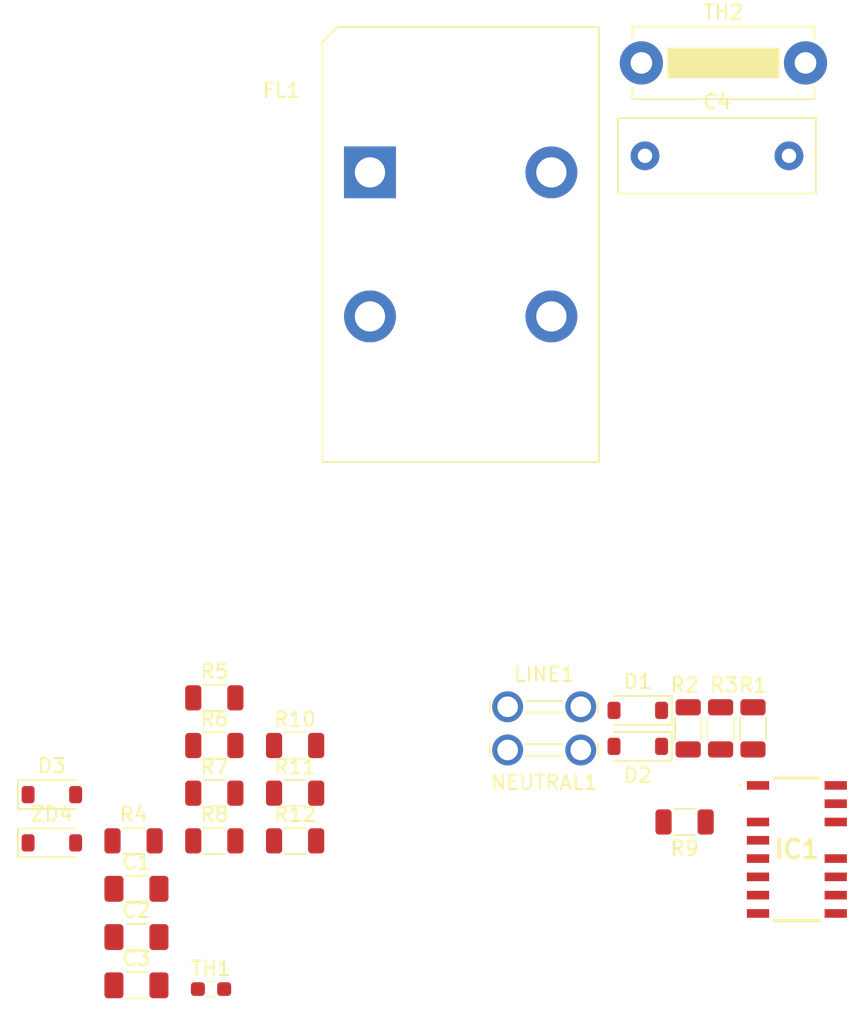
<source format=kicad_pcb>
(kicad_pcb (version 20241229) (generator "pcbnew") (generator_version "9.0")
  (layers (0 "F.Cu" signal) (2 "B.Cu" signal) (13 "F.Paste" user) (15 "B.Paste" user) (5 "F.SilkS" user "F.Silkscreen") (7 "B.SilkS" user "B.Silkscreen") (1 "F.Mask" user) (3 "B.Mask" user) (25 "Edge.Cuts" user))
  (net 0 "")
  (net 1 "Net-(D3-K)")
  (net 2 "HS")
  (net 3 "GNDPWR")
  (net 4 "LL")
  (net 5 "BLK")
  (net 6 "Net-(LINE1-Pin_1)")
  (net 7 "Net-(D1-K)")
  (net 8 "Net-(NEUTRAL1-Pin_1)")
  (net 9 "Net-(D3-A)")
  (net 10 "V5P")
  (net 11 "VCC")
  (net 12 "HO")
  (net 13 "ISNS")
  (net 14 "OVP")
  (net 15 "LO")
  (net 16 "TSET")
  (net 17 "FB")
  (net 18 "Net-(IC1-HV)")
  (net 19 "Net-(R1-Pad1)")
  (net 20 "Net-(R2-Pad1)")
  (net 21 "+VDC")
  (net 22 "Net-(R7-Pad1)")
  (net 23 "Net-(R8-Pad1)")
  (net 24 "Net-(ZD4-K)")
  (footprint "PCB:TE_62409-1" (layer "F.Cu") (at 119.75 104 180)
    (property "Reference" "NEUTRAL1" (at 0 -2.25 0) (layer "F.SilkS") (effects (font (size 1.001661 1.001661))))
    (property "Value" "SPADE")
    (fp_line (start 3.75 -0.4) (end 3.75 0.4) (stroke (width 0.127)) (layer "F.SilkS"))
    (fp_line (start -1.27 0.4) (end 1.27 0.4) (stroke (width 0.127)) (layer "F.SilkS"))
    (fp_line (start -1.27 -0.4) (end 1.27 -0.4) (stroke (width 0.127)) (layer "F.SilkS"))
    (fp_line (start -3.75 -0.4) (end -3.75 0.4) (stroke (width 0.127)) (layer "F.SilkS"))
    (pad "1" thru_hole circle (at -2.54 0 180) (size 2.145 2.145) (drill 1.43) (layers "*.Cu" "*.Mask") (net 8 "Net-(NEUTRAL1-Pin_1)"))
    (pad "2" thru_hole circle (at 2.54 0 180) (size 2.145 2.145) (drill 1.43) (layers "*.Cu" "*.Mask") (net 8 "Net-(NEUTRAL1-Pin_1)"))
  )
  (footprint "Diode_SMD:D_SOD-123" (layer "F.Cu") (at 85.555 107.1)
    (property "Reference" "D3" (at 0 -2 0) (layer "F.SilkS"))
    (property "Value" "1N4148W")
    (fp_line (start -2.36 -1) (end -2.36 1) (stroke (width 0.12)) (layer "F.SilkS"))
    (fp_line (start -2.36 -1) (end 1.65 -1) (stroke (width 0.12)) (layer "F.SilkS"))
    (fp_line (start -2.36 1) (end 1.65 1) (stroke (width 0.12)) (layer "F.SilkS"))
    (pad "1" smd roundrect (at -1.65 0) (size 0.9 1.2) (layers "F.Cu" "F.Mask" "F.Paste") (net 1 "Net-(D3-K)"))
    (pad "2" smd roundrect (at 1.65 0) (size 0.9 1.2) (layers "F.Cu" "F.Mask" "F.Paste") (net 9 "Net-(D3-A)"))
  )
  (footprint "Resistor_SMD:R_1206_3216Metric" (layer "F.Cu") (at 96.84 110.31)
    (property "Reference" "R8" (at 0 -1.83 0) (layer "F.SilkS"))
    (property "Value" "3M3")
    (fp_line (start -0.727064 -0.91) (end 0.727064 -0.91) (stroke (width 0.12)) (layer "F.SilkS"))
    (fp_line (start -0.727064 0.91) (end 0.727064 0.91) (stroke (width 0.12)) (layer "F.SilkS"))
    (pad "1" smd roundrect (at -1.4625 0) (size 1.125 1.75) (layers "F.Cu" "F.Mask" "F.Paste") (roundrect_rratio 0.222222) (net 23 "Net-(R8-Pad1)"))
    (pad "2" smd roundrect (at 1.4625 0) (size 1.125 1.75) (layers "F.Cu" "F.Mask" "F.Paste") (roundrect_rratio 0.222222) (net 22 "Net-(R7-Pad1)"))
  )
  (footprint "Capacitor_SMD:C_1206_3216Metric_Pad1.33x1.80mm_HandSolder" (layer "F.Cu") (at 91.43 113.64)
    (property "Reference" "C1" (at 0 -1.85 0) (layer "F.SilkS"))
    (property "Value" "100NF/100V")
    (fp_line (start -0.711252 -0.91) (end 0.711252 -0.91) (stroke (width 0.12)) (layer "F.SilkS"))
    (fp_line (start -0.711252 0.91) (end 0.711252 0.91) (stroke (width 0.12)) (layer "F.SilkS"))
    (pad "1" smd roundrect (at -1.5625 0) (size 1.325 1.8) (layers "F.Cu" "F.Mask" "F.Paste") (roundrect_rratio 0.188679) (net 2 "HS"))
    (pad "2" smd roundrect (at 1.5625 0) (size 1.325 1.8) (layers "F.Cu" "F.Mask" "F.Paste") (roundrect_rratio 0.188679) (net 1 "Net-(D3-K)"))
  )
  (footprint "Resistor_SMD:R_0603_1608Metric_Pad0.98x0.95mm_HandSolder" (layer "F.Cu") (at 96.61 120.6)
    (property "Reference" "TH1" (at 0 -1.43 0) (layer "F.SilkS"))
    (property "Value" "B57371V2474J060")
    (fp_line (start -0.254724 -0.5225) (end 0.254724 -0.5225) (stroke (width 0.12)) (layer "F.SilkS"))
    (fp_line (start -0.254724 0.5225) (end 0.254724 0.5225) (stroke (width 0.12)) (layer "F.SilkS"))
    (pad "1" smd roundrect (at -0.9125 0) (size 0.975 0.95) (layers "F.Cu" "F.Mask" "F.Paste") (net 14 "OVP"))
    (pad "2" smd roundrect (at 0.9125 0) (size 0.975 0.95) (layers "F.Cu" "F.Mask" "F.Paste") (net 3 "GNDPWR"))
  )
  (footprint "Resistor_THT:R_Bare_Metal_Element_L12.4mm_W4.8mm_P11.40mm" (layer "F.Cu") (at 126.5 56.3)
    (property "Reference" "TH2" (at 5.7 -3.52 0) (layer "F.SilkS"))
    (property "Value" "NTC")
    (fp_line (start -0.62 -2.52) (end 12.02 -2.52) (stroke (width 0.12)) (layer "F.SilkS"))
    (fp_line (start -0.62 -1.74) (end -0.62 -2.52) (stroke (width 0.12)) (layer "F.SilkS"))
    (fp_line (start -0.62 1.74) (end -0.62 2.52) (stroke (width 0.12)) (layer "F.SilkS"))
    (fp_line (start -0.62 2.52) (end 12.02 2.52) (stroke (width 0.12)) (layer "F.SilkS"))
    (fp_line (start 12.02 -2.52) (end 12.02 -1.74) (stroke (width 0.12)) (layer "F.SilkS"))
    (fp_line (start 12.02 2.52) (end 12.02 1.74) (stroke (width 0.12)) (layer "F.SilkS"))
    (fp_rect (start 1.86 -1) (end 9.54 1) (stroke (width 0.12)) (fill yes) (layer "F.SilkS"))
    (pad "1" thru_hole circle (at 0 0) (size 3 3) (drill 1.5) (layers "*.Cu" "*.Mask") (net 6 "Net-(LINE1-Pin_1)"))
    (pad "2" thru_hole circle (at 11.4 0) (size 3 3) (drill 1.5) (layers "*.Cu" "*.Mask") (net 8 "Net-(NEUTRAL1-Pin_1)"))
  )
  (footprint "Resistor_SMD:R_1206_3216Metric" (layer "F.Cu") (at 102.45 110.31)
    (property "Reference" "R12" (at 0 -1.83 0) (layer "F.SilkS"))
    (property "Value" "15K")
    (fp_line (start -0.727064 -0.91) (end 0.727064 -0.91) (stroke (width 0.12)) (layer "F.SilkS"))
    (fp_line (start -0.727064 0.91) (end 0.727064 0.91) (stroke (width 0.12)) (layer "F.SilkS"))
    (pad "1" smd roundrect (at -1.4625 0) (size 1.125 1.75) (layers "F.Cu" "F.Mask" "F.Paste") (roundrect_rratio 0.222222) (net 3 "GNDPWR"))
    (pad "2" smd roundrect (at 1.4625 0) (size 1.125 1.75) (layers "F.Cu" "F.Mask" "F.Paste") (roundrect_rratio 0.222222) (net 14 "OVP"))
  )
  (footprint "Capacitor_SMD:C_1206_3216Metric_Pad1.33x1.80mm_HandSolder" (layer "F.Cu") (at 91.43 120.34)
    (property "Reference" "C3" (at 0 -1.85 0) (layer "F.SilkS"))
    (property "Value" "1NF/100V")
    (fp_line (start -0.711252 -0.91) (end 0.711252 -0.91) (stroke (width 0.12)) (layer "F.SilkS"))
    (fp_line (start -0.711252 0.91) (end 0.711252 0.91) (stroke (width 0.12)) (layer "F.SilkS"))
    (pad "1" smd roundrect (at -1.5625 0) (size 1.325 1.8) (layers "F.Cu" "F.Mask" "F.Paste") (roundrect_rratio 0.188679) (net 5 "BLK"))
    (pad "2" smd roundrect (at 1.5625 0) (size 1.325 1.8) (layers "F.Cu" "F.Mask" "F.Paste") (roundrect_rratio 0.188679) (net 3 "GNDPWR"))
  )
  (footprint "PCB:UCC256601DDBR" (layer "F.Cu") (at 137.3 110.905)
    (property "Reference" "IC1" (at 0 0 0) (layer "F.SilkS") (effects (font (size 1.27 1.27) (thickness 0.254))))
    (property "Value" "UCC256601DDBR" (hide yes))
    (fp_line (start -4 -4.445) (end -4 -4.445) (stroke (width 0.1)) (layer "F.SilkS"))
    (fp_line (start -3.9 -4.445) (end -3.9 -4.445) (stroke (width 0.1)) (layer "F.SilkS"))
    (fp_line (start -1.6 -4.95) (end 1.6 -4.95) (stroke (width 0.2)) (layer "F.SilkS"))
    (fp_line (start -1.6 4.95) (end 1.6 4.95) (stroke (width 0.2)) (layer "F.SilkS"))
    (fp_arc (start -4 -4.445) (mid -3.95 -4.495) (end -3.9 -4.445) (stroke (width 0.1)) (layer "F.SilkS"))
    (fp_arc (start -3.9 -4.445) (mid -3.95 -4.395) (end -4 -4.445) (stroke (width 0.1)) (layer "F.SilkS"))
    (pad "1" smd rect (at -2.7 -4.445 90) (size 0.6 1.55) (layers "F.Cu" "F.Mask" "F.Paste") (net 18 "Net-(IC1-HV)"))
    (pad "3" smd rect (at -2.7 -1.905 90) (size 0.6 1.55) (layers "F.Cu" "F.Mask" "F.Paste") (net 5 "BLK"))
    (pad "4" smd rect (at -2.7 -0.635 90) (size 0.6 1.55) (layers "F.Cu" "F.Mask" "F.Paste") (net 14 "OVP"))
    (pad "5" smd rect (at -2.7 0.635 90) (size 0.6 1.55) (layers "F.Cu" "F.Mask" "F.Paste") (net 17 "FB"))
    (pad "6" smd rect (at -2.7 1.905 90) (size 0.6 1.55) (layers "F.Cu" "F.Mask" "F.Paste") (net 4 "LL"))
    (pad "7" smd rect (at -2.7 3.175 90) (size 0.6 1.55) (layers "F.Cu" "F.Mask" "F.Paste") (net 16 "TSET"))
    (pad "8" smd rect (at -2.7 4.445 90) (size 0.6 1.55) (layers "F.Cu" "F.Mask" "F.Paste") (net 10 "V5P"))
    (pad "9" smd rect (at 2.7 4.445 90) (size 0.6 1.55) (layers "F.Cu" "F.Mask" "F.Paste") (net 13 "ISNS"))
    (pad "10" smd rect (at 2.7 3.175 90) (size 0.6 1.55) (layers "F.Cu" "F.Mask" "F.Paste") (net 3 "GNDPWR"))
    (pad "11" smd rect (at 2.7 1.905 90) (size 0.6 1.55) (layers "F.Cu" "F.Mask" "F.Paste") (net 15 "LO"))
    (pad "12" smd rect (at 2.7 0.635 90) (size 0.6 1.55) (layers "F.Cu" "F.Mask" "F.Paste") (net 11 "VCC"))
    (pad "14" smd rect (at 2.7 -1.905 90) (size 0.6 1.55) (layers "F.Cu" "F.Mask" "F.Paste") (net 1 "Net-(D3-K)"))
    (pad "15" smd rect (at 2.7 -3.175 90) (size 0.6 1.55) (layers "F.Cu" "F.Mask" "F.Paste") (net 12 "HO"))
    (pad "16" smd rect (at 2.7 -4.445 90) (size 0.6 1.55) (layers "F.Cu" "F.Mask" "F.Paste") (net 2 "HS"))
  )
  (footprint "Resistor_SMD:R_1206_3216Metric" (layer "F.Cu") (at 132 102.5 90)
    (property "Reference" "R2" (at 3 -2.5 0) (layer "F.SilkS"))
    (property "Value" "1K65")
    (fp_line (start -0.727064 -0.91) (end 0.727064 -0.91) (stroke (width 0.12)) (layer "F.SilkS"))
    (fp_line (start -0.727064 0.91) (end 0.727064 0.91) (stroke (width 0.12)) (layer "F.SilkS"))
    (pad "1" smd roundrect (at -1.4625 0 90) (size 1.125 1.75) (layers "F.Cu" "F.Mask" "F.Paste") (roundrect_rratio 0.222222) (net 20 "Net-(R2-Pad1)"))
    (pad "2" smd roundrect (at 1.4625 0 90) (size 1.125 1.75) (layers "F.Cu" "F.Mask" "F.Paste") (roundrect_rratio 0.222222) (net 19 "Net-(R1-Pad1)"))
  )
  (footprint "Resistor_SMD:R_1206_3216Metric" (layer "F.Cu") (at 134.25 102.5 -90)
    (property "Reference" "R1" (at -3 0 180) (layer "F.SilkS"))
    (property "Value" "1K65")
    (fp_line (start -0.727064 0.91) (end 0.727064 0.91) (stroke (width 0.12)) (layer "F.SilkS"))
    (fp_line (start -0.727064 -0.91) (end 0.727064 -0.91) (stroke (width 0.12)) (layer "F.SilkS"))
    (pad "1" smd roundrect (at -1.4625 0 270) (size 1.125 1.75) (layers "F.Cu" "F.Mask" "F.Paste") (roundrect_rratio 0.222222) (net 19 "Net-(R1-Pad1)"))
    (pad "2" smd roundrect (at 1.4625 0 270) (size 1.125 1.75) (layers "F.Cu" "F.Mask" "F.Paste") (roundrect_rratio 0.222222) (net 18 "Net-(IC1-HV)"))
  )
  (footprint "Resistor_SMD:R_1206_3216Metric" (layer "F.Cu") (at 102.45 107)
    (property "Reference" "R11" (at 0 -1.83 0) (layer "F.SilkS"))
    (property "Value" "15K")
    (fp_line (start -0.727064 -0.91) (end 0.727064 -0.91) (stroke (width 0.12)) (layer "F.SilkS"))
    (fp_line (start -0.727064 0.91) (end 0.727064 0.91) (stroke (width 0.12)) (layer "F.SilkS"))
    (pad "1" smd roundrect (at -1.4625 0) (size 1.125 1.75) (layers "F.Cu" "F.Mask" "F.Paste") (roundrect_rratio 0.222222) (net 24 "Net-(ZD4-K)"))
    (pad "2" smd roundrect (at 1.4625 0) (size 1.125 1.75) (layers "F.Cu" "F.Mask" "F.Paste") (roundrect_rratio 0.222222) (net 11 "VCC"))
  )
  (footprint "Diode_SMD:D_SOD-123" (layer "F.Cu") (at 126.25 101.25 180)
    (property "Reference" "D1" (at 0 2 0) (layer "F.SilkS"))
    (property "Value" "1N4148W")
    (fp_line (start -2.36 1) (end 1.65 1) (stroke (width 0.12)) (layer "F.SilkS"))
    (fp_line (start -2.36 -1) (end 1.65 -1) (stroke (width 0.12)) (layer "F.SilkS"))
    (fp_line (start -2.36 -1) (end -2.36 1) (stroke (width 0.12)) (layer "F.SilkS"))
    (pad "1" smd roundrect (at -1.65 0 180) (size 0.9 1.2) (layers "F.Cu" "F.Mask" "F.Paste") (net 7 "Net-(D1-K)"))
    (pad "2" smd roundrect (at 1.65 0 180) (size 0.9 1.2) (layers "F.Cu" "F.Mask" "F.Paste"))
  )
  (footprint "Inductor_THT:L_CommonMode_PulseElectronics_PH9455x105NL_1" (layer "F.Cu") (at 107.65 63.9)
    (property "Reference" "FL1" (at -6.15 -5.7 0) (layer "F.SilkS"))
    (property "Value" "PH9455x105NL")
    (fp_line (start -3.3 -9.05) (end -3.3 20.1) (stroke (width 0.12)) (layer "F.SilkS"))
    (fp_line (start -3.3 20.1) (end 15.9 20.1) (stroke (width 0.12)) (layer "F.SilkS"))
    (fp_line (start -2.25 -10.1) (end -3.3 -9.05) (stroke (width 0.12)) (layer "F.SilkS"))
    (fp_line (start 15.9 -10.1) (end -2.25 -10.1) (stroke (width 0.12)) (layer "F.SilkS"))
    (fp_line (start 15.9 20.1) (end 15.9 -10.1) (stroke (width 0.12)) (layer "F.SilkS"))
    (pad "1" thru_hole rect (at 0 0) (size 3.6 3.6) (drill 2.1) (layers "*.Cu" "*.Mask") (net 6 "Net-(LINE1-Pin_1)"))
    (pad "2" thru_hole circle (at 0 10) (size 3.6 3.6) (drill 2.1) (layers "*.Cu" "*.Mask") (net 8 "Net-(NEUTRAL1-Pin_1)"))
    (pad "3" thru_hole circle (at 12.6 10) (size 3.6 3.6) (drill 2.1) (layers "*.Cu" "*.Mask"))
    (pad "4" thru_hole circle (at 12.6 0) (size 3.6 3.6) (drill 2.1) (layers "*.Cu" "*.Mask"))
  )
  (footprint "Capacitor_THT:C_Rect_L13.5mm_W5.0mm_P10.00mm_FKS3_FKP3_MKS4" (layer "F.Cu") (at 126.75 62.75)
    (property "Reference" "C4" (at 5 -3.75 0) (layer "F.SilkS"))
    (property "Value" "C")
    (fp_line (start -1.87 -2.62) (end 11.87 -2.62) (stroke (width 0.12)) (layer "F.SilkS"))
    (fp_line (start -1.87 2.62) (end -1.87 -2.62) (stroke (width 0.12)) (layer "F.SilkS"))
    (fp_line (start 11.87 -2.62) (end 11.87 2.62) (stroke (width 0.12)) (layer "F.SilkS"))
    (fp_line (start 11.87 2.62) (end -1.87 2.62) (stroke (width 0.12)) (layer "F.SilkS"))
    (pad "1" thru_hole circle (at 0 0) (size 2 2) (drill 1) (layers "*.Cu" "*.Mask") (net 6 "Net-(LINE1-Pin_1)"))
    (pad "2" thru_hole circle (at 10 0) (size 2 2) (drill 1) (layers "*.Cu" "*.Mask") (net 8 "Net-(NEUTRAL1-Pin_1)"))
  )
  (footprint "PCB:TE_62409-1" (layer "F.Cu") (at 119.75 101 180)
    (property "Reference" "LINE1" (at 0 2.25 0) (layer "F.SilkS") (effects (font (size 1.001661 1.001661))))
    (property "Value" "SPADE")
    (fp_line (start 3.75 -0.4) (end 3.75 0.4) (stroke (width 0.127)) (layer "F.SilkS"))
    (fp_line (start -1.27 0.4) (end 1.27 0.4) (stroke (width 0.127)) (layer "F.SilkS"))
    (fp_line (start -1.27 -0.4) (end 1.27 -0.4) (stroke (width 0.127)) (layer "F.SilkS"))
    (fp_line (start -3.75 -0.4) (end -3.75 0.4) (stroke (width 0.127)) (layer "F.SilkS"))
    (pad "1" thru_hole circle (at -2.54 0 180) (size 2.145 2.145) (drill 1.43) (layers "*.Cu" "*.Mask") (net 6 "Net-(LINE1-Pin_1)"))
    (pad "2" thru_hole circle (at 2.54 0 180) (size 2.145 2.145) (drill 1.43) (layers "*.Cu" "*.Mask") (net 6 "Net-(LINE1-Pin_1)"))
  )
  (footprint "Resistor_SMD:R_1206_3216Metric" (layer "F.Cu") (at 91.23 110.31)
    (property "Reference" "R4" (at 0 -1.83 0) (layer "F.SilkS"))
    (property "Value" "2E2")
    (fp_line (start -0.727064 -0.91) (end 0.727064 -0.91) (stroke (width 0.12)) (layer "F.SilkS"))
    (fp_line (start -0.727064 0.91) (end 0.727064 0.91) (stroke (width 0.12)) (layer "F.SilkS"))
    (pad "1" smd roundrect (at -1.4625 0) (size 1.125 1.75) (layers "F.Cu" "F.Mask" "F.Paste") (roundrect_rratio 0.222222) (net 9 "Net-(D3-A)"))
    (pad "2" smd roundrect (at 1.4625 0) (size 1.125 1.75) (layers "F.Cu" "F.Mask" "F.Paste") (roundrect_rratio 0.222222) (net 11 "VCC"))
  )
  (footprint "Diode_SMD:D_SOD-123" (layer "F.Cu") (at 126.25 103.75 180)
    (property "Reference" "D2" (at 0 -2 0) (layer "F.SilkS"))
    (property "Value" "1N4148W")
    (fp_line (start -2.36 1) (end 1.65 1) (stroke (width 0.12)) (layer "F.SilkS"))
    (fp_line (start -2.36 -1) (end 1.65 -1) (stroke (width 0.12)) (layer "F.SilkS"))
    (fp_line (start -2.36 -1) (end -2.36 1) (stroke (width 0.12)) (layer "F.SilkS"))
    (pad "1" smd roundrect (at -1.65 0 180) (size 0.9 1.2) (layers "F.Cu" "F.Mask" "F.Paste") (net 7 "Net-(D1-K)"))
    (pad "2" smd roundrect (at 1.65 0 180) (size 0.9 1.2) (layers "F.Cu" "F.Mask" "F.Paste"))
  )
  (footprint "Capacitor_SMD:C_1206_3216Metric_Pad1.33x1.80mm_HandSolder" (layer "F.Cu") (at 91.43 116.99)
    (property "Reference" "C2" (at 0 -1.85 0) (layer "F.SilkS"))
    (property "Value" "1NF/100V")
    (fp_line (start -0.711252 -0.91) (end 0.711252 -0.91) (stroke (width 0.12)) (layer "F.SilkS"))
    (fp_line (start -0.711252 0.91) (end 0.711252 0.91) (stroke (width 0.12)) (layer "F.SilkS"))
    (pad "1" smd roundrect (at -1.5625 0) (size 1.325 1.8) (layers "F.Cu" "F.Mask" "F.Paste") (roundrect_rratio 0.188679) (net 4 "LL"))
    (pad "2" smd roundrect (at 1.5625 0) (size 1.325 1.8) (layers "F.Cu" "F.Mask" "F.Paste") (roundrect_rratio 0.188679) (net 3 "GNDPWR"))
  )
  (footprint "Resistor_SMD:R_1206_3216Metric" (layer "F.Cu") (at 129.75 102.5 -90)
    (property "Reference" "R3" (at -3 -2.5 180) (layer "F.SilkS"))
    (property "Value" "1K65")
    (fp_line (start -0.727064 0.91) (end 0.727064 0.91) (stroke (width 0.12)) (layer "F.SilkS"))
    (fp_line (start -0.727064 -0.91) (end 0.727064 -0.91) (stroke (width 0.12)) (layer "F.SilkS"))
    (pad "1" smd roundrect (at -1.4625 0 270) (size 1.125 1.75) (layers "F.Cu" "F.Mask" "F.Paste") (roundrect_rratio 0.222222) (net 7 "Net-(D1-K)"))
    (pad "2" smd roundrect (at 1.4625 0 270) (size 1.125 1.75) (layers "F.Cu" "F.Mask" "F.Paste") (roundrect_rratio 0.222222) (net 20 "Net-(R2-Pad1)"))
  )
  (footprint "Resistor_SMD:R_1206_3216Metric" (layer "F.Cu") (at 96.84 100.38)
    (property "Reference" "R5" (at 0 -1.83 0) (layer "F.SilkS"))
    (property "Value" "560K")
    (fp_line (start -0.727064 -0.91) (end 0.727064 -0.91) (stroke (width 0.12)) (layer "F.SilkS"))
    (fp_line (start -0.727064 0.91) (end 0.727064 0.91) (stroke (width 0.12)) (layer "F.SilkS"))
    (pad "1" smd roundrect (at -1.4625 0) (size 1.125 1.75) (layers "F.Cu" "F.Mask" "F.Paste") (roundrect_rratio 0.222222) (net 10 "V5P"))
    (pad "2" smd roundrect (at 1.4625 0) (size 1.125 1.75) (layers "F.Cu" "F.Mask" "F.Paste") (roundrect_rratio 0.222222) (net 4 "LL"))
  )
  (footprint "Resistor_SMD:R_1206_3216Metric" (layer "F.Cu") (at 96.84 107)
    (property "Reference" "R7" (at 0 -1.83 0) (layer "F.SilkS"))
    (property "Value" "3M3")
    (fp_line (start -0.727064 -0.91) (end 0.727064 -0.91) (stroke (width 0.12)) (layer "F.SilkS"))
    (fp_line (start -0.727064 0.91) (end 0.727064 0.91) (stroke (width 0.12)) (layer "F.SilkS"))
    (pad "1" smd roundrect (at -1.4625 0) (size 1.125 1.75) (layers "F.Cu" "F.Mask" "F.Paste") (roundrect_rratio 0.222222) (net 22 "Net-(R7-Pad1)"))
    (pad "2" smd roundrect (at 1.4625 0) (size 1.125 1.75) (layers "F.Cu" "F.Mask" "F.Paste") (roundrect_rratio 0.222222) (net 21 "+VDC"))
  )
  (footprint "Resistor_SMD:R_1206_3216Metric" (layer "F.Cu") (at 102.45 103.69)
    (property "Reference" "R10" (at 0 -1.83 0) (layer "F.SilkS"))
    (property "Value" "35K7")
    (fp_line (start -0.727064 -0.91) (end 0.727064 -0.91) (stroke (width 0.12)) (layer "F.SilkS"))
    (fp_line (start -0.727064 0.91) (end 0.727064 0.91) (stroke (width 0.12)) (layer "F.SilkS"))
    (pad "1" smd roundrect (at -1.4625 0) (size 1.125 1.75) (layers "F.Cu" "F.Mask" "F.Paste") (roundrect_rratio 0.222222) (net 3 "GNDPWR"))
    (pad "2" smd roundrect (at 1.4625 0) (size 1.125 1.75) (layers "F.Cu" "F.Mask" "F.Paste") (roundrect_rratio 0.222222) (net 5 "BLK"))
  )
  (footprint "Resistor_SMD:R_1206_3216Metric" (layer "F.Cu") (at 129.5 109 180)
    (property "Reference" "R9" (at 0 -1.83 0) (layer "F.SilkS"))
    (property "Value" "3M3")
    (fp_line (start -0.727064 0.91) (end 0.727064 0.91) (stroke (width 0.12)) (layer "F.SilkS"))
    (fp_line (start -0.727064 -0.91) (end 0.727064 -0.91) (stroke (width 0.12)) (layer "F.SilkS"))
    (pad "1" smd roundrect (at -1.4625 0 180) (size 1.125 1.75) (layers "F.Cu" "F.Mask" "F.Paste") (roundrect_rratio 0.222222) (net 5 "BLK"))
    (pad "2" smd roundrect (at 1.4625 0 180) (size 1.125 1.75) (layers "F.Cu" "F.Mask" "F.Paste") (roundrect_rratio 0.222222) (net 23 "Net-(R8-Pad1)"))
  )
  (footprint "Diode_SMD:D_SOD-123" (layer "F.Cu") (at 85.555 110.45)
    (property "Reference" "ZD4" (at 0 -2 0) (layer "F.SilkS"))
    (property "Value" "15V")
    (fp_line (start -2.36 -1) (end -2.36 1) (stroke (width 0.12)) (layer "F.SilkS"))
    (fp_line (start -2.36 -1) (end 1.65 -1) (stroke (width 0.12)) (layer "F.SilkS"))
    (fp_line (start -2.36 1) (end 1.65 1) (stroke (width 0.12)) (layer "F.SilkS"))
    (pad "1" smd roundrect (at -1.65 0) (size 0.9 1.2) (layers "F.Cu" "F.Mask" "F.Paste") (net 24 "Net-(ZD4-K)"))
    (pad "2" smd roundrect (at 1.65 0) (size 0.9 1.2) (layers "F.Cu" "F.Mask" "F.Paste") (net 14 "OVP"))
  )
  (footprint "Resistor_SMD:R_1206_3216Metric" (layer "F.Cu") (at 96.84 103.69)
    (property "Reference" "R6" (at 0 -1.83 0) (layer "F.SilkS"))
    (property "Value" "150K")
    (fp_line (start -0.727064 -0.91) (end 0.727064 -0.91) (stroke (width 0.12)) (layer "F.SilkS"))
    (fp_line (start -0.727064 0.91) (end 0.727064 0.91) (stroke (width 0.12)) (layer "F.SilkS"))
    (pad "1" smd roundrect (at -1.4625 0) (size 1.125 1.75) (layers "F.Cu" "F.Mask" "F.Paste") (roundrect_rratio 0.222222) (net 3 "GNDPWR"))
    (pad "2" smd roundrect (at 1.4625 0) (size 1.125 1.75) (layers "F.Cu" "F.Mask" "F.Paste") (roundrect_rratio 0.222222) (net 4 "LL"))
  )
)
</source>
